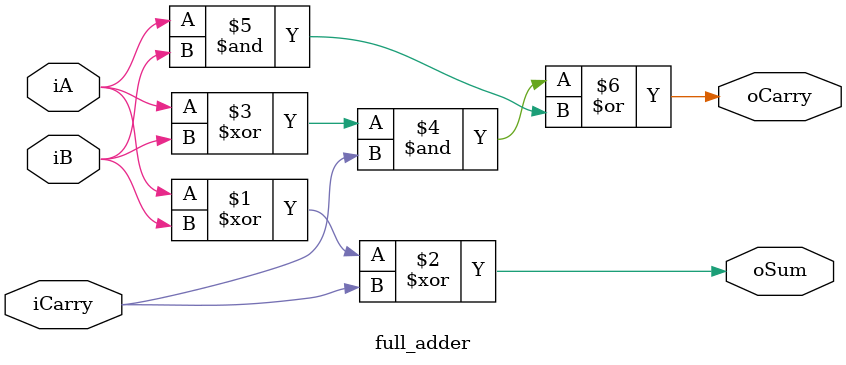
<source format=v>
`timescale 1ns / 1ps


module full_adder(
    input wire iA, iB, iCarry,
    output wire oSum, oCarry
    );
    
    assign oSum = ((iA ^ iB) ^ (iCarry));
    assign oCarry = ((iA ^ iB) & iCarry)|(iA & iB);
    
    
endmodule

</source>
